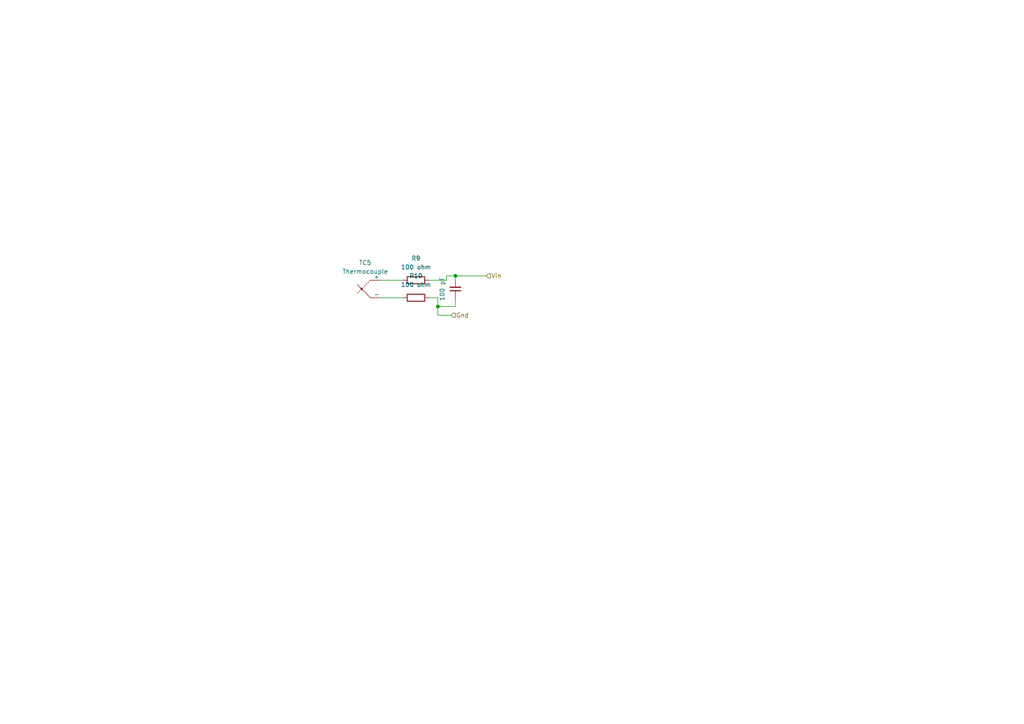
<source format=kicad_sch>
(kicad_sch
	(version 20250114)
	(generator "eeschema")
	(generator_version "9.0")
	(uuid "12f47e90-2ab0-4108-9298-920f34779b84")
	(paper "A4")
	(lib_symbols
		(symbol "Device:C_Small"
			(pin_numbers
				(hide yes)
			)
			(pin_names
				(offset 0.254)
				(hide yes)
			)
			(exclude_from_sim no)
			(in_bom yes)
			(on_board yes)
			(property "Reference" "C"
				(at 0.254 1.778 0)
				(effects
					(font
						(size 1.27 1.27)
					)
					(justify left)
				)
			)
			(property "Value" "C_Small"
				(at 0.254 -2.032 0)
				(effects
					(font
						(size 1.27 1.27)
					)
					(justify left)
				)
			)
			(property "Footprint" ""
				(at 0 0 0)
				(effects
					(font
						(size 1.27 1.27)
					)
					(hide yes)
				)
			)
			(property "Datasheet" "~"
				(at 0 0 0)
				(effects
					(font
						(size 1.27 1.27)
					)
					(hide yes)
				)
			)
			(property "Description" "Unpolarized capacitor, small symbol"
				(at 0 0 0)
				(effects
					(font
						(size 1.27 1.27)
					)
					(hide yes)
				)
			)
			(property "ki_keywords" "capacitor cap"
				(at 0 0 0)
				(effects
					(font
						(size 1.27 1.27)
					)
					(hide yes)
				)
			)
			(property "ki_fp_filters" "C_*"
				(at 0 0 0)
				(effects
					(font
						(size 1.27 1.27)
					)
					(hide yes)
				)
			)
			(symbol "C_Small_0_1"
				(polyline
					(pts
						(xy -1.524 0.508) (xy 1.524 0.508)
					)
					(stroke
						(width 0.3048)
						(type default)
					)
					(fill
						(type none)
					)
				)
				(polyline
					(pts
						(xy -1.524 -0.508) (xy 1.524 -0.508)
					)
					(stroke
						(width 0.3302)
						(type default)
					)
					(fill
						(type none)
					)
				)
			)
			(symbol "C_Small_1_1"
				(pin passive line
					(at 0 2.54 270)
					(length 2.032)
					(name "~"
						(effects
							(font
								(size 1.27 1.27)
							)
						)
					)
					(number "1"
						(effects
							(font
								(size 1.27 1.27)
							)
						)
					)
				)
				(pin passive line
					(at 0 -2.54 90)
					(length 2.032)
					(name "~"
						(effects
							(font
								(size 1.27 1.27)
							)
						)
					)
					(number "2"
						(effects
							(font
								(size 1.27 1.27)
							)
						)
					)
				)
			)
			(embedded_fonts no)
		)
		(symbol "Device:R"
			(pin_numbers
				(hide yes)
			)
			(pin_names
				(offset 0)
			)
			(exclude_from_sim no)
			(in_bom yes)
			(on_board yes)
			(property "Reference" "R"
				(at 2.032 0 90)
				(effects
					(font
						(size 1.27 1.27)
					)
				)
			)
			(property "Value" "R"
				(at 0 0 90)
				(effects
					(font
						(size 1.27 1.27)
					)
				)
			)
			(property "Footprint" ""
				(at -1.778 0 90)
				(effects
					(font
						(size 1.27 1.27)
					)
					(hide yes)
				)
			)
			(property "Datasheet" "~"
				(at 0 0 0)
				(effects
					(font
						(size 1.27 1.27)
					)
					(hide yes)
				)
			)
			(property "Description" "Resistor"
				(at 0 0 0)
				(effects
					(font
						(size 1.27 1.27)
					)
					(hide yes)
				)
			)
			(property "ki_keywords" "R res resistor"
				(at 0 0 0)
				(effects
					(font
						(size 1.27 1.27)
					)
					(hide yes)
				)
			)
			(property "ki_fp_filters" "R_*"
				(at 0 0 0)
				(effects
					(font
						(size 1.27 1.27)
					)
					(hide yes)
				)
			)
			(symbol "R_0_1"
				(rectangle
					(start -1.016 -2.54)
					(end 1.016 2.54)
					(stroke
						(width 0.254)
						(type default)
					)
					(fill
						(type none)
					)
				)
			)
			(symbol "R_1_1"
				(pin passive line
					(at 0 3.81 270)
					(length 1.27)
					(name "~"
						(effects
							(font
								(size 1.27 1.27)
							)
						)
					)
					(number "1"
						(effects
							(font
								(size 1.27 1.27)
							)
						)
					)
				)
				(pin passive line
					(at 0 -3.81 90)
					(length 1.27)
					(name "~"
						(effects
							(font
								(size 1.27 1.27)
							)
						)
					)
					(number "2"
						(effects
							(font
								(size 1.27 1.27)
							)
						)
					)
				)
			)
			(embedded_fonts no)
		)
		(symbol "Device:Thermocouple"
			(pin_numbers
				(hide yes)
			)
			(pin_names
				(offset 0)
			)
			(exclude_from_sim no)
			(in_bom yes)
			(on_board yes)
			(property "Reference" "TC"
				(at -3.048 3.81 0)
				(effects
					(font
						(size 1.27 1.27)
					)
				)
			)
			(property "Value" "Thermocouple"
				(at -5.08 -4.064 0)
				(effects
					(font
						(size 1.27 1.27)
					)
					(justify left)
				)
			)
			(property "Footprint" ""
				(at -14.605 1.27 0)
				(effects
					(font
						(size 1.27 1.27)
					)
					(hide yes)
				)
			)
			(property "Datasheet" "~"
				(at -14.605 1.27 0)
				(effects
					(font
						(size 1.27 1.27)
					)
					(hide yes)
				)
			)
			(property "Description" "Thermocouple"
				(at 0 0 0)
				(effects
					(font
						(size 1.27 1.27)
					)
					(hide yes)
				)
			)
			(property "ki_keywords" "thermocouple temperature sensor cold junction"
				(at 0 0 0)
				(effects
					(font
						(size 1.27 1.27)
					)
					(hide yes)
				)
			)
			(property "ki_fp_filters" "PIN?ARRAY* bornier* *Terminal?Block* Thermo*Couple*"
				(at 0 0 0)
				(effects
					(font
						(size 1.27 1.27)
					)
					(hide yes)
				)
			)
			(symbol "Thermocouple_0_1"
				(polyline
					(pts
						(xy -4.064 -1.016) (xy -4.318 -1.27)
					)
					(stroke
						(width 0)
						(type default)
					)
					(fill
						(type none)
					)
				)
				(polyline
					(pts
						(xy -3.556 -0.508) (xy -3.81 -0.762)
					)
					(stroke
						(width 0)
						(type default)
					)
					(fill
						(type none)
					)
				)
				(circle
					(center -3.048 0)
					(radius 0.254)
					(stroke
						(width 0)
						(type default)
					)
					(fill
						(type outline)
					)
				)
				(polyline
					(pts
						(xy -3.048 0) (xy -3.302 -0.254)
					)
					(stroke
						(width 0)
						(type default)
					)
					(fill
						(type none)
					)
				)
				(polyline
					(pts
						(xy -2.54 0.508) (xy -2.794 0.254)
					)
					(stroke
						(width 0)
						(type default)
					)
					(fill
						(type none)
					)
				)
				(polyline
					(pts
						(xy -2.032 1.016) (xy -2.286 0.762)
					)
					(stroke
						(width 0)
						(type default)
					)
					(fill
						(type none)
					)
				)
				(polyline
					(pts
						(xy -1.524 1.524) (xy -1.778 1.27)
					)
					(stroke
						(width 0)
						(type default)
					)
					(fill
						(type none)
					)
				)
				(polyline
					(pts
						(xy -1.016 2.032) (xy -1.27 1.778)
					)
					(stroke
						(width 0)
						(type default)
					)
					(fill
						(type none)
					)
				)
				(polyline
					(pts
						(xy -0.508 2.54) (xy -0.762 2.286)
					)
					(stroke
						(width 0)
						(type default)
					)
					(fill
						(type none)
					)
				)
				(polyline
					(pts
						(xy 0 2.54) (xy -0.508 2.54)
					)
					(stroke
						(width 0)
						(type default)
					)
					(fill
						(type none)
					)
				)
				(polyline
					(pts
						(xy 0 -2.54) (xy -0.254 -2.54)
					)
					(stroke
						(width 0)
						(type default)
					)
					(fill
						(type none)
					)
				)
				(polyline
					(pts
						(xy 0.254 -2.54) (xy -0.508 -2.54) (xy -4.318 1.27)
					)
					(stroke
						(width 0)
						(type default)
					)
					(fill
						(type none)
					)
				)
			)
			(symbol "Thermocouple_1_1"
				(pin passive line
					(at 2.54 2.54 180)
					(length 2.54)
					(name "+"
						(effects
							(font
								(size 1.27 1.27)
							)
						)
					)
					(number "1"
						(effects
							(font
								(size 1.27 1.27)
							)
						)
					)
				)
				(pin passive line
					(at 2.54 -2.54 180)
					(length 2.54)
					(name "-"
						(effects
							(font
								(size 1.27 1.27)
							)
						)
					)
					(number "2"
						(effects
							(font
								(size 1.27 1.27)
							)
						)
					)
				)
			)
			(embedded_fonts no)
		)
	)
	(junction
		(at 132.08 80.01)
		(diameter 0)
		(color 0 0 0 0)
		(uuid "2ceacb49-9864-4526-a73d-ba7719892d12")
	)
	(junction
		(at 127 88.9)
		(diameter 0)
		(color 0 0 0 0)
		(uuid "a017e8fc-c0ab-4a31-bd87-3bba5834815c")
	)
	(wire
		(pts
			(xy 132.08 86.36) (xy 132.08 88.9)
		)
		(stroke
			(width 0)
			(type default)
		)
		(uuid "25945845-0a36-4a7b-9b6b-333252776a1f")
	)
	(wire
		(pts
			(xy 129.54 80.01) (xy 129.54 81.28)
		)
		(stroke
			(width 0)
			(type default)
		)
		(uuid "31a76246-6826-4e16-8c0a-76e37fb55cad")
	)
	(wire
		(pts
			(xy 127 91.44) (xy 127 88.9)
		)
		(stroke
			(width 0)
			(type default)
		)
		(uuid "48fbf022-1cd5-4d62-a059-5b195a33fc7e")
	)
	(wire
		(pts
			(xy 129.54 81.28) (xy 124.46 81.28)
		)
		(stroke
			(width 0)
			(type default)
		)
		(uuid "4a4c168c-d7db-48b1-b65a-5a4ab9cadd98")
	)
	(wire
		(pts
			(xy 129.54 80.01) (xy 132.08 80.01)
		)
		(stroke
			(width 0)
			(type default)
		)
		(uuid "4d6dec7b-cbfd-4b9a-b263-6a0f31662722")
	)
	(wire
		(pts
			(xy 127 88.9) (xy 127 86.36)
		)
		(stroke
			(width 0)
			(type default)
		)
		(uuid "4e8fe4b5-10c9-4785-9176-6dde1b1d8c50")
	)
	(wire
		(pts
			(xy 127 86.36) (xy 124.46 86.36)
		)
		(stroke
			(width 0)
			(type default)
		)
		(uuid "4eb5ef4d-ddc4-4ddf-b59d-9b19833b0960")
	)
	(wire
		(pts
			(xy 127 91.44) (xy 130.81 91.44)
		)
		(stroke
			(width 0)
			(type default)
		)
		(uuid "619c0c64-28d3-4060-aa6e-0a82e9cf0493")
	)
	(wire
		(pts
			(xy 110.49 86.36) (xy 116.84 86.36)
		)
		(stroke
			(width 0)
			(type default)
		)
		(uuid "7278adf7-5f68-4dbe-afa7-5c509ef9c275")
	)
	(wire
		(pts
			(xy 132.08 80.01) (xy 140.97 80.01)
		)
		(stroke
			(width 0)
			(type default)
		)
		(uuid "d0067d97-7ae0-49ac-89f3-0d5c16b8196d")
	)
	(wire
		(pts
			(xy 132.08 80.01) (xy 132.08 81.28)
		)
		(stroke
			(width 0)
			(type default)
		)
		(uuid "e50a26c8-07fc-40e3-aa90-3681caf16117")
	)
	(wire
		(pts
			(xy 132.08 88.9) (xy 127 88.9)
		)
		(stroke
			(width 0)
			(type default)
		)
		(uuid "f833e123-2576-4974-bb5b-ecc17d6f9a30")
	)
	(wire
		(pts
			(xy 110.49 81.28) (xy 116.84 81.28)
		)
		(stroke
			(width 0)
			(type default)
		)
		(uuid "f9a1e057-6d42-4f67-a459-4b1d1af0289d")
	)
	(hierarchical_label "Vin"
		(shape input)
		(at 140.97 80.01 0)
		(effects
			(font
				(size 1.27 1.27)
			)
			(justify left)
		)
		(uuid "cce7c17d-83ff-41de-af5a-61c2e51272f2")
	)
	(hierarchical_label "Gnd"
		(shape input)
		(at 130.81 91.44 0)
		(effects
			(font
				(size 1.27 1.27)
			)
			(justify left)
		)
		(uuid "dc841baa-bef7-4d79-98a9-8218abc26602")
	)
	(symbol
		(lib_id "Device:Thermocouple")
		(at 107.95 83.82 0)
		(unit 1)
		(exclude_from_sim no)
		(in_bom yes)
		(on_board yes)
		(dnp no)
		(fields_autoplaced yes)
		(uuid "5158d91b-b3c1-40fa-b38d-653b5cf80018")
		(property "Reference" "TC1"
			(at 105.918 76.2 0)
			(effects
				(font
					(size 1.27 1.27)
				)
			)
		)
		(property "Value" "Thermocouple"
			(at 105.918 78.74 0)
			(effects
				(font
					(size 1.27 1.27)
				)
			)
		)
		(property "Footprint" ""
			(at 93.345 82.55 0)
			(effects
				(font
					(size 1.27 1.27)
				)
				(hide yes)
			)
		)
		(property "Datasheet" "~"
			(at 93.345 82.55 0)
			(effects
				(font
					(size 1.27 1.27)
				)
				(hide yes)
			)
		)
		(property "Description" "Thermocouple"
			(at 107.95 83.82 0)
			(effects
				(font
					(size 1.27 1.27)
				)
				(hide yes)
			)
		)
		(pin "2"
			(uuid "8e6e171e-e114-4c7d-a379-024bc62d5aca")
		)
		(pin "1"
			(uuid "c9c5237c-1797-4010-82f4-f30fc6c3b45e")
		)
		(instances
			(project "Thermocouple board"
				(path "/fa9dc022-1312-44b0-9fb7-b3fdf624cd97/075719d4-9826-4393-849f-f1d25a835d43"
					(reference "TC5")
					(unit 1)
				)
				(path "/fa9dc022-1312-44b0-9fb7-b3fdf624cd97/32eac433-284b-43d9-8618-919675879cb5"
					(reference "TC16")
					(unit 1)
				)
				(path "/fa9dc022-1312-44b0-9fb7-b3fdf624cd97/422693e3-ce74-42d8-bc13-95f687830bc3"
					(reference "TC7")
					(unit 1)
				)
				(path "/fa9dc022-1312-44b0-9fb7-b3fdf624cd97/4433405b-fe70-4755-a0c8-bd27116c8350"
					(reference "TC10")
					(unit 1)
				)
				(path "/fa9dc022-1312-44b0-9fb7-b3fdf624cd97/4dc7ed6d-b409-4a31-b780-a95100bbfe60"
					(reference "TC18")
					(unit 1)
				)
				(path "/fa9dc022-1312-44b0-9fb7-b3fdf624cd97/566ea0a8-e364-44c1-b9c8-ffa17dc94e83"
					(reference "TC4")
					(unit 1)
				)
				(path "/fa9dc022-1312-44b0-9fb7-b3fdf624cd97/5f071213-ec34-4ce8-b90c-ce04d11d489f"
					(reference "TC6")
					(unit 1)
				)
				(path "/fa9dc022-1312-44b0-9fb7-b3fdf624cd97/7b410b58-fba9-4faa-a4d9-55b540be909e"
					(reference "TC3")
					(unit 1)
				)
				(path "/fa9dc022-1312-44b0-9fb7-b3fdf624cd97/827330c4-16b5-495e-88f3-62887b304a5d"
					(reference "TC1")
					(unit 1)
				)
				(path "/fa9dc022-1312-44b0-9fb7-b3fdf624cd97/8ab53b7b-45c7-4218-b396-2d3fd6d4abe2"
					(reference "TC14")
					(unit 1)
				)
				(path "/fa9dc022-1312-44b0-9fb7-b3fdf624cd97/a25154d8-590d-427c-bc64-5b5f20508021"
					(reference "TC8")
					(unit 1)
				)
				(path "/fa9dc022-1312-44b0-9fb7-b3fdf624cd97/a842cb9c-43e9-4ac5-a38e-222170cea8ff"
					(reference "TC11")
					(unit 1)
				)
				(path "/fa9dc022-1312-44b0-9fb7-b3fdf624cd97/aac4d453-3fc7-4972-b275-d4029d8f4716"
					(reference "TC13")
					(unit 1)
				)
				(path "/fa9dc022-1312-44b0-9fb7-b3fdf624cd97/ab20202f-0027-4c2c-a7d2-0fcaadef9f85"
					(reference "TC2")
					(unit 1)
				)
				(path "/fa9dc022-1312-44b0-9fb7-b3fdf624cd97/c72444c4-56f7-48af-818c-6543d585b9ba"
					(reference "TC12")
					(unit 1)
				)
				(path "/fa9dc022-1312-44b0-9fb7-b3fdf624cd97/d622269d-aa4e-4a91-be3e-93508fa2a4e0"
					(reference "TC15")
					(unit 1)
				)
				(path "/fa9dc022-1312-44b0-9fb7-b3fdf624cd97/ecf347cb-3b89-4b4e-91f5-780cf2d6073f"
					(reference "TC9")
					(unit 1)
				)
				(path "/fa9dc022-1312-44b0-9fb7-b3fdf624cd97/fbfa273f-6815-4073-9b4f-8ade15ad98b2"
					(reference "TC17")
					(unit 1)
				)
			)
		)
	)
	(symbol
		(lib_id "Device:R")
		(at 120.65 81.28 90)
		(unit 1)
		(exclude_from_sim no)
		(in_bom yes)
		(on_board yes)
		(dnp no)
		(fields_autoplaced yes)
		(uuid "5ace25cc-6f5e-471c-94c6-46e86151f7e8")
		(property "Reference" "R1"
			(at 120.65 74.93 90)
			(effects
				(font
					(size 1.27 1.27)
				)
			)
		)
		(property "Value" "100 ohm"
			(at 120.65 77.47 90)
			(effects
				(font
					(size 1.27 1.27)
				)
			)
		)
		(property "Footprint" "cap:RESC1607X60N"
			(at 120.65 83.058 90)
			(effects
				(font
					(size 1.27 1.27)
				)
				(hide yes)
			)
		)
		(property "Datasheet" "~"
			(at 120.65 81.28 0)
			(effects
				(font
					(size 1.27 1.27)
				)
				(hide yes)
			)
		)
		(property "Description" "Resistor"
			(at 120.65 81.28 0)
			(effects
				(font
					(size 1.27 1.27)
				)
				(hide yes)
			)
		)
		(pin "2"
			(uuid "116f8b1f-2040-4065-9031-1433c38f664f")
		)
		(pin "1"
			(uuid "8d673229-48c6-413e-b866-f9395539557e")
		)
		(instances
			(project "Thermocouple board"
				(path "/fa9dc022-1312-44b0-9fb7-b3fdf624cd97/075719d4-9826-4393-849f-f1d25a835d43"
					(reference "R9")
					(unit 1)
				)
				(path "/fa9dc022-1312-44b0-9fb7-b3fdf624cd97/32eac433-284b-43d9-8618-919675879cb5"
					(reference "R31")
					(unit 1)
				)
				(path "/fa9dc022-1312-44b0-9fb7-b3fdf624cd97/422693e3-ce74-42d8-bc13-95f687830bc3"
					(reference "R13")
					(unit 1)
				)
				(path "/fa9dc022-1312-44b0-9fb7-b3fdf624cd97/4433405b-fe70-4755-a0c8-bd27116c8350"
					(reference "R19")
					(unit 1)
				)
				(path "/fa9dc022-1312-44b0-9fb7-b3fdf624cd97/4dc7ed6d-b409-4a31-b780-a95100bbfe60"
					(reference "R35")
					(unit 1)
				)
				(path "/fa9dc022-1312-44b0-9fb7-b3fdf624cd97/566ea0a8-e364-44c1-b9c8-ffa17dc94e83"
					(reference "R7")
					(unit 1)
				)
				(path "/fa9dc022-1312-44b0-9fb7-b3fdf624cd97/5f071213-ec34-4ce8-b90c-ce04d11d489f"
					(reference "R11")
					(unit 1)
				)
				(path "/fa9dc022-1312-44b0-9fb7-b3fdf624cd97/7b410b58-fba9-4faa-a4d9-55b540be909e"
					(reference "R5")
					(unit 1)
				)
				(path "/fa9dc022-1312-44b0-9fb7-b3fdf624cd97/827330c4-16b5-495e-88f3-62887b304a5d"
					(reference "R1")
					(unit 1)
				)
				(path "/fa9dc022-1312-44b0-9fb7-b3fdf624cd97/8ab53b7b-45c7-4218-b396-2d3fd6d4abe2"
					(reference "R27")
					(unit 1)
				)
				(path "/fa9dc022-1312-44b0-9fb7-b3fdf624cd97/a25154d8-590d-427c-bc64-5b5f20508021"
					(reference "R15")
					(unit 1)
				)
				(path "/fa9dc022-1312-44b0-9fb7-b3fdf624cd97/a842cb9c-43e9-4ac5-a38e-222170cea8ff"
					(reference "R21")
					(unit 1)
				)
				(path "/fa9dc022-1312-44b0-9fb7-b3fdf624cd97/aac4d453-3fc7-4972-b275-d4029d8f4716"
					(reference "R25")
					(unit 1)
				)
				(path "/fa9dc022-1312-44b0-9fb7-b3fdf624cd97/ab20202f-0027-4c2c-a7d2-0fcaadef9f85"
					(reference "R3")
					(unit 1)
				)
				(path "/fa9dc022-1312-44b0-9fb7-b3fdf624cd97/c72444c4-56f7-48af-818c-6543d585b9ba"
					(reference "R23")
					(unit 1)
				)
				(path "/fa9dc022-1312-44b0-9fb7-b3fdf624cd97/d622269d-aa4e-4a91-be3e-93508fa2a4e0"
					(reference "R29")
					(unit 1)
				)
				(path "/fa9dc022-1312-44b0-9fb7-b3fdf624cd97/ecf347cb-3b89-4b4e-91f5-780cf2d6073f"
					(reference "R17")
					(unit 1)
				)
				(path "/fa9dc022-1312-44b0-9fb7-b3fdf624cd97/fbfa273f-6815-4073-9b4f-8ade15ad98b2"
					(reference "R33")
					(unit 1)
				)
			)
		)
	)
	(symbol
		(lib_id "Device:R")
		(at 120.65 86.36 90)
		(unit 1)
		(exclude_from_sim no)
		(in_bom yes)
		(on_board yes)
		(dnp no)
		(fields_autoplaced yes)
		(uuid "95c6e03d-9d3c-4ea7-9054-dba20b3a365b")
		(property "Reference" "R2"
			(at 120.65 80.01 90)
			(effects
				(font
					(size 1.27 1.27)
				)
			)
		)
		(property "Value" "100 ohm"
			(at 120.65 82.55 90)
			(effects
				(font
					(size 1.27 1.27)
				)
			)
		)
		(property "Footprint" "cap:RESC1607X60N"
			(at 120.65 88.138 90)
			(effects
				(font
					(size 1.27 1.27)
				)
				(hide yes)
			)
		)
		(property "Datasheet" "~"
			(at 120.65 86.36 0)
			(effects
				(font
					(size 1.27 1.27)
				)
				(hide yes)
			)
		)
		(property "Description" "Resistor"
			(at 120.65 86.36 0)
			(effects
				(font
					(size 1.27 1.27)
				)
				(hide yes)
			)
		)
		(pin "2"
			(uuid "25f380ab-89a3-4ae3-9408-f12d932be975")
		)
		(pin "1"
			(uuid "a1b82538-5df7-4804-9279-ffdd060da71a")
		)
		(instances
			(project "Thermocouple board"
				(path "/fa9dc022-1312-44b0-9fb7-b3fdf624cd97/075719d4-9826-4393-849f-f1d25a835d43"
					(reference "R10")
					(unit 1)
				)
				(path "/fa9dc022-1312-44b0-9fb7-b3fdf624cd97/32eac433-284b-43d9-8618-919675879cb5"
					(reference "R32")
					(unit 1)
				)
				(path "/fa9dc022-1312-44b0-9fb7-b3fdf624cd97/422693e3-ce74-42d8-bc13-95f687830bc3"
					(reference "R14")
					(unit 1)
				)
				(path "/fa9dc022-1312-44b0-9fb7-b3fdf624cd97/4433405b-fe70-4755-a0c8-bd27116c8350"
					(reference "R20")
					(unit 1)
				)
				(path "/fa9dc022-1312-44b0-9fb7-b3fdf624cd97/4dc7ed6d-b409-4a31-b780-a95100bbfe60"
					(reference "R36")
					(unit 1)
				)
				(path "/fa9dc022-1312-44b0-9fb7-b3fdf624cd97/566ea0a8-e364-44c1-b9c8-ffa17dc94e83"
					(reference "R8")
					(unit 1)
				)
				(path "/fa9dc022-1312-44b0-9fb7-b3fdf624cd97/5f071213-ec34-4ce8-b90c-ce04d11d489f"
					(reference "R12")
					(unit 1)
				)
				(path "/fa9dc022-1312-44b0-9fb7-b3fdf624cd97/7b410b58-fba9-4faa-a4d9-55b540be909e"
					(reference "R6")
					(unit 1)
				)
				(path "/fa9dc022-1312-44b0-9fb7-b3fdf624cd97/827330c4-16b5-495e-88f3-62887b304a5d"
					(reference "R2")
					(unit 1)
				)
				(path "/fa9dc022-1312-44b0-9fb7-b3fdf624cd97/8ab53b7b-45c7-4218-b396-2d3fd6d4abe2"
					(reference "R28")
					(unit 1)
				)
				(path "/fa9dc022-1312-44b0-9fb7-b3fdf624cd97/a25154d8-590d-427c-bc64-5b5f20508021"
					(reference "R16")
					(unit 1)
				)
				(path "/fa9dc022-1312-44b0-9fb7-b3fdf624cd97/a842cb9c-43e9-4ac5-a38e-222170cea8ff"
					(reference "R22")
					(unit 1)
				)
				(path "/fa9dc022-1312-44b0-9fb7-b3fdf624cd97/aac4d453-3fc7-4972-b275-d4029d8f4716"
					(reference "R26")
					(unit 1)
				)
				(path "/fa9dc022-1312-44b0-9fb7-b3fdf624cd97/ab20202f-0027-4c2c-a7d2-0fcaadef9f85"
					(reference "R4")
					(unit 1)
				)
				(path "/fa9dc022-1312-44b0-9fb7-b3fdf624cd97/c72444c4-56f7-48af-818c-6543d585b9ba"
					(reference "R24")
					(unit 1)
				)
				(path "/fa9dc022-1312-44b0-9fb7-b3fdf624cd97/d622269d-aa4e-4a91-be3e-93508fa2a4e0"
					(reference "R30")
					(unit 1)
				)
				(path "/fa9dc022-1312-44b0-9fb7-b3fdf624cd97/ecf347cb-3b89-4b4e-91f5-780cf2d6073f"
					(reference "R18")
					(unit 1)
				)
				(path "/fa9dc022-1312-44b0-9fb7-b3fdf624cd97/fbfa273f-6815-4073-9b4f-8ade15ad98b2"
					(reference "R34")
					(unit 1)
				)
			)
		)
	)
	(symbol
		(lib_id "Device:C_Small")
		(at 132.08 83.82 180)
		(unit 1)
		(exclude_from_sim no)
		(in_bom yes)
		(on_board yes)
		(dnp no)
		(fields_autoplaced yes)
		(uuid "c8ffcb94-ac12-4cae-87b5-6a693e0b1ca3")
		(property "Reference" "C4"
			(at 125.73 83.8137 90)
			(effects
				(font
					(size 1.27 1.27)
				)
				(hide yes)
			)
		)
		(property "Value" "100 pF"
			(at 128.27 83.8137 90)
			(effects
				(font
					(size 1.27 1.27)
				)
			)
		)
		(property "Footprint" "cap:CAPC17595_95N_KEM"
			(at 132.08 83.82 0)
			(effects
				(font
					(size 1.27 1.27)
				)
				(hide yes)
			)
		)
		(property "Datasheet" "~"
			(at 132.08 83.82 0)
			(effects
				(font
					(size 1.27 1.27)
				)
				(hide yes)
			)
		)
		(property "Description" "Unpolarized capacitor, small symbol"
			(at 132.08 83.82 0)
			(effects
				(font
					(size 1.27 1.27)
				)
				(hide yes)
			)
		)
		(pin "2"
			(uuid "0385bed8-6405-4943-a6b9-6c3853729a8f")
		)
		(pin "1"
			(uuid "f74231ba-58f3-43ff-ab1a-af556ac603e3")
		)
		(instances
			(project "Thermocouple board"
				(path "/fa9dc022-1312-44b0-9fb7-b3fdf624cd97/075719d4-9826-4393-849f-f1d25a835d43"
					(reference "C8")
					(unit 1)
				)
				(path "/fa9dc022-1312-44b0-9fb7-b3fdf624cd97/32eac433-284b-43d9-8618-919675879cb5"
					(reference "C24")
					(unit 1)
				)
				(path "/fa9dc022-1312-44b0-9fb7-b3fdf624cd97/422693e3-ce74-42d8-bc13-95f687830bc3"
					(reference "C10")
					(unit 1)
				)
				(path "/fa9dc022-1312-44b0-9fb7-b3fdf624cd97/4433405b-fe70-4755-a0c8-bd27116c8350"
					(reference "C18")
					(unit 1)
				)
				(path "/fa9dc022-1312-44b0-9fb7-b3fdf624cd97/4dc7ed6d-b409-4a31-b780-a95100bbfe60"
					(reference "C26")
					(unit 1)
				)
				(path "/fa9dc022-1312-44b0-9fb7-b3fdf624cd97/566ea0a8-e364-44c1-b9c8-ffa17dc94e83"
					(reference "C7")
					(unit 1)
				)
				(path "/fa9dc022-1312-44b0-9fb7-b3fdf624cd97/5f071213-ec34-4ce8-b90c-ce04d11d489f"
					(reference "C9")
					(unit 1)
				)
				(path "/fa9dc022-1312-44b0-9fb7-b3fdf624cd97/7b410b58-fba9-4faa-a4d9-55b540be909e"
					(reference "C6")
					(unit 1)
				)
				(path "/fa9dc022-1312-44b0-9fb7-b3fdf624cd97/827330c4-16b5-495e-88f3-62887b304a5d"
					(reference "C4")
					(unit 1)
				)
				(path "/fa9dc022-1312-44b0-9fb7-b3fdf624cd97/8ab53b7b-45c7-4218-b396-2d3fd6d4abe2"
					(reference "C22")
					(unit 1)
				)
				(path "/fa9dc022-1312-44b0-9fb7-b3fdf624cd97/a25154d8-590d-427c-bc64-5b5f20508021"
					(reference "C11")
					(unit 1)
				)
				(path "/fa9dc022-1312-44b0-9fb7-b3fdf624cd97/a842cb9c-43e9-4ac5-a38e-222170cea8ff"
					(reference "C19")
					(unit 1)
				)
				(path "/fa9dc022-1312-44b0-9fb7-b3fdf624cd97/aac4d453-3fc7-4972-b275-d4029d8f4716"
					(reference "C21")
					(unit 1)
				)
				(path "/fa9dc022-1312-44b0-9fb7-b3fdf624cd97/ab20202f-0027-4c2c-a7d2-0fcaadef9f85"
					(reference "C5")
					(unit 1)
				)
				(path "/fa9dc022-1312-44b0-9fb7-b3fdf624cd97/c72444c4-56f7-48af-818c-6543d585b9ba"
					(reference "C20")
					(unit 1)
				)
				(path "/fa9dc022-1312-44b0-9fb7-b3fdf624cd97/d622269d-aa4e-4a91-be3e-93508fa2a4e0"
					(reference "C23")
					(unit 1)
				)
				(path "/fa9dc022-1312-44b0-9fb7-b3fdf624cd97/ecf347cb-3b89-4b4e-91f5-780cf2d6073f"
					(reference "C17")
					(unit 1)
				)
				(path "/fa9dc022-1312-44b0-9fb7-b3fdf624cd97/fbfa273f-6815-4073-9b4f-8ade15ad98b2"
					(reference "C16")
					(unit 1)
				)
			)
		)
	)
)

</source>
